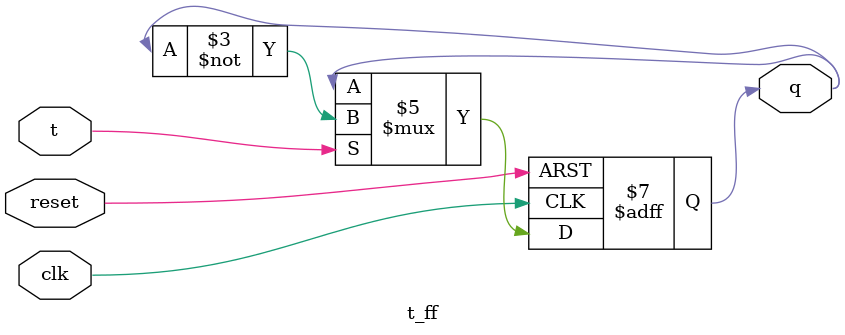
<source format=v>
`timescale 1ns / 1ps


module t_ff(
    input clk,t,reset,
    output reg q
    );
    always@(posedge clk or negedge reset)
    begin
    if(!reset)
         q<=0;
    else
        begin 
          if(t)
          q<=~q;
          else 
          q<=q;
        end
    end 
endmodule

</source>
